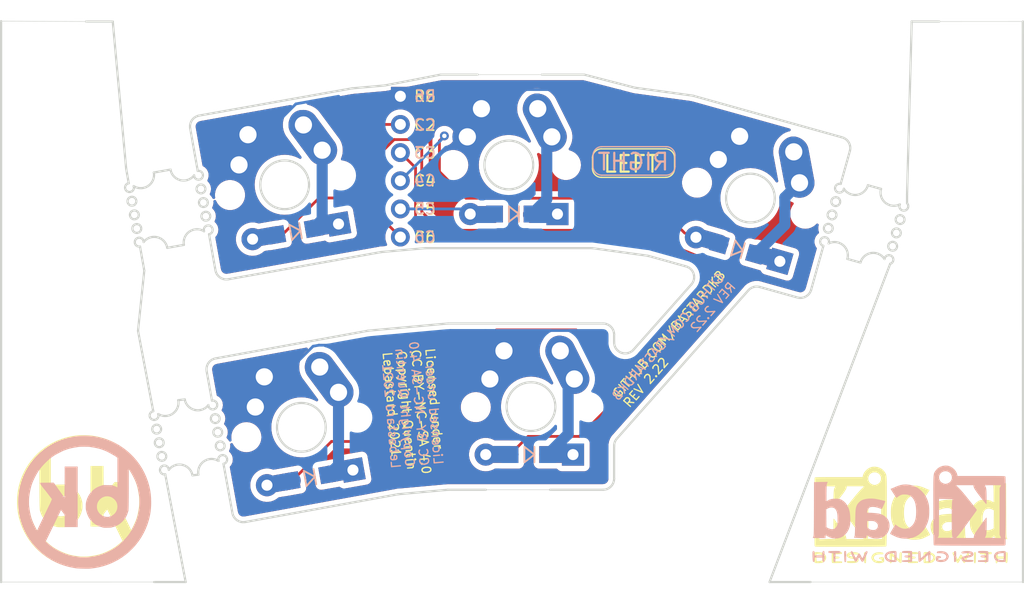
<source format=kicad_pcb>
(kicad_pcb (version 20210228) (generator pcbnew)
  (layers (0 "F.Cu" signal) (31 "B.Cu" signal) (34 "B.Paste" user) (35 "F.Paste" user) (36 "B.SilkS" user "B.Silkscreen") (37 "F.SilkS" user "F.Silkscreen") (38 "B.Mask" user) (39 "F.Mask" user) (44 "Edge.Cuts" user))
  (net 0 "")
  (net 1 "Net-(D1-Pad1)")
  (net 2 "col6")
  (net 3 "Net-(D5-Pad1)")
  (net 4 "col2")
  (net 5 "Net-(D9-Pad1)")
  (net 6 "col3")
  (net 7 "Net-(D14-Pad1)")
  (net 8 "col4")
  (net 9 "Net-(D19-Pad1)")
  (net 10 "col5")
  (net 11 "row1")
  (footprint "LOGO" (layer "F.Cu") (at 55.85 104.95)
    (fp_text reference "G***" hide)
    (fp_text value "LOGO" hide)
  )
  (footprint "custom:Diode_TH_SOD123" (layer "F.Cu") (at 101.019745 100.69746 180)
    (fp_text reference "D1" hide)
    (fp_text value "D")
    (pad "1" smd rect (at 3.3 0 180) (size 1.524 1.524) (layers "F.Cu" "F.Paste" "F.Mask") (net 1 "Net-(D1-Pad1)"))
    (pad "1" smd rect (at 3.3 0 180) (size 1.524 1.524) (layers "B.Cu" "B.Paste" "B.Mask") (net 1 "Net-(D1-Pad1)"))
    (pad "1" thru_hole rect (at 1.016 -0.00254) (size 1.99898 1.99898) (drill 1) (layers *.Cu *.Mask) (net 1 "Net-(D1-Pad1)"))
    (pad "2" thru_hole circle (at 8.89 -0.00254) (size 1.99898 1.99898) (drill 1) (layers *.Cu *.Mask) (net 2 "col6"))
    (pad "2" smd rect (at 6.7 0 180) (size 1.524 1.524) (layers "F.Cu" "F.Paste" "F.Mask") (net 2 "col6"))
    (pad "2" smd rect (at 6.7 0 180) (size 1.524 1.524) (layers "B.Cu" "B.Paste" "B.Mask") (net 2 "col6"))
  )
  (footprint "custom:SW_MX_reversible" (layer "F.Cu") (at 75.5396 98.2472 10)
    (fp_text reference "SW9" hide)
    (fp_text value "SW_Push")
    (pad "" np_thru_hole circle (at 5.08 0 10) (size 1.7018 1.7018) (drill 1.7018) (layers *.Cu *.Mask))
    (pad "" np_thru_hole circle (at -5.08 0 10) (size 1.7018 1.7018) (drill 1.7018) (layers *.Cu *.Mask))
    (pad "1" thru_hole oval (at -3.81 -2.54 343.5) (size 2.35 5.55) (drill 1.55 (offset 0 -1.45)) (layers *.Cu *.Mask) (net 11 "row1"))
    (pad "1" thru_hole circle (at -2.54 -5.08 10) (size 2.35 2.35) (drill 1.55) (layers *.Cu *.Mask) (net 11 "row1"))
    (pad "2" thru_hole oval (at 3.81 -2.54 36.5) (size 2.35 5.55) (drill 1.55 (offset 0 -1.45)) (layers *.Cu *.Mask) (net 5 "Net-(D9-Pad1)"))
    (pad "2" thru_hole circle (at 2.54 -5.08 10) (size 2.35 2.35) (drill 1.55) (layers *.Cu *.Mask) (net 5 "Net-(D9-Pad1)"))
  )
  (footprint "custom:Diode_TH_SOD123" (layer "F.Cu") (at 119.64344 83.544401 164)
    (fp_text reference "D14" hide)
    (fp_text value "D")
    (pad "1" thru_hole rect (at 1.016 -0.00254 344) (size 1.99898 1.99898) (drill 1) (layers *.Cu *.Mask) (net 7 "Net-(D14-Pad1)"))
    (pad "1" smd rect (at 3.3 0 164) (size 1.524 1.524) (layers "F.Cu" "F.Paste" "F.Mask") (net 7 "Net-(D14-Pad1)"))
    (pad "1" smd rect (at 3.3 0 164) (size 1.524 1.524) (layers "B.Cu" "B.Paste" "B.Mask") (net 7 "Net-(D14-Pad1)"))
    (pad "2" thru_hole circle (at 8.89 -0.00254 344) (size 1.99898 1.99898) (drill 1) (layers *.Cu *.Mask) (net 8 "col4"))
    (pad "2" smd rect (at 6.7 0 164) (size 1.524 1.524) (layers "B.Cu" "B.Paste" "B.Mask") (net 8 "col4"))
    (pad "2" smd rect (at 6.7 0 164) (size 1.524 1.524) (layers "F.Cu" "F.Paste" "F.Mask") (net 8 "col4"))
  )
  (footprint "LOGO" (layer "F.Cu") (at 130.362635 106.179936)
    (fp_text reference "G***" hide)
    (fp_text value "LOGO" hide)
  )
  (footprint "custom:SW_MX_reversible" (layer "F.Cu") (at 94.2848 74.5744)
    (fp_text reference "SW19" hide)
    (fp_text value "SW_Push")
    (pad "" np_thru_hole circle (at 5.08 0) (size 1.7018 1.7018) (drill 1.7018) (layers *.Cu *.Mask))
    (pad "" np_thru_hole circle (at -5.08 0) (size 1.7018 1.7018) (drill 1.7018) (layers *.Cu *.Mask))
    (pad "1" thru_hole circle (at -2.54 -5.08) (size 2.35 2.35) (drill 1.55) (layers *.Cu *.Mask) (net 11 "row1"))
    (pad "1" thru_hole oval (at -3.81 -2.54 333.5) (size 2.35 5.55) (drill 1.55 (offset 0 -1.45)) (layers *.Cu *.Mask) (net 11 "row1"))
    (pad "2" thru_hole oval (at 3.81 -2.54 26.5) (size 2.35 5.55) (drill 1.55 (offset 0 -1.45)) (layers *.Cu *.Mask) (net 9 "Net-(D19-Pad1)"))
    (pad "2" thru_hole circle (at 2.54 -5.08) (size 2.35 2.35) (drill 1.55) (layers *.Cu *.Mask) (net 9 "Net-(D19-Pad1)"))
  )
  (footprint "custom:SW_MX_reversible" (layer "F.Cu") (at 116.078 77.5716 -16)
    (fp_text reference "SW14" hide)
    (fp_text value "SW_Push")
    (pad "" np_thru_hole circle (at -5.08 0 344) (size 1.7018 1.7018) (drill 1.7018) (layers *.Cu *.Mask))
    (pad "" np_thru_hole circle (at 5.08 0 344) (size 1.7018 1.7018) (drill 1.7018) (layers *.Cu *.Mask))
    (pad "1" thru_hole oval (at -3.81 -2.54 317.5) (size 2.35 5.55) (drill 1.55 (offset 0 -1.45)) (layers *.Cu *.Mask) (net 11 "row1"))
    (pad "1" thru_hole circle (at -2.54 -5.08 344) (size 2.35 2.35) (drill 1.55) (layers *.Cu *.Mask) (net 11 "row1"))
    (pad "2" thru_hole circle (at 2.54 -5.08 344) (size 2.35 2.35) (drill 1.55) (layers *.Cu *.Mask) (net 7 "Net-(D14-Pad1)"))
    (pad "2" thru_hole oval (at 3.81 -2.54 10.5) (size 2.35 5.55) (drill 1.55 (offset 0 -1.45)) (layers *.Cu *.Mask) (net 7 "Net-(D14-Pad1)"))
  )
  (footprint "custom:Diode_TH_SOD123" (layer "F.Cu") (at 81.151995 101.916606 -170)
    (fp_text reference "D9" hide)
    (fp_text value "D")
    (pad "1" smd rect (at 3.3 0 190) (size 1.524 1.524) (layers "B.Cu" "B.Paste" "B.Mask") (net 5 "Net-(D9-Pad1)"))
    (pad "1" smd rect (at 3.3 0 190) (size 1.524 1.524) (layers "F.Cu" "F.Paste" "F.Mask") (net 5 "Net-(D9-Pad1)"))
    (pad "1" thru_hole rect (at 1.016 -0.00254 10) (size 1.99898 1.99898) (drill 1) (layers *.Cu *.Mask) (net 5 "Net-(D9-Pad1)"))
    (pad "2" smd rect (at 6.7 0 190) (size 1.524 1.524) (layers "F.Cu" "F.Paste" "F.Mask") (net 6 "col3"))
    (pad "2" smd rect (at 6.7 0 190) (size 1.524 1.524) (layers "B.Cu" "B.Paste" "B.Mask") (net 6 "col3"))
    (pad "2" thru_hole circle (at 8.89 -0.00254 10) (size 1.99898 1.99898) (drill 1) (layers *.Cu *.Mask) (net 6 "col3"))
  )
  (footprint "Connector_PinHeader_2.54mm:PinHeader_1x06_P2.54mm_Vertical" (layer "F.Cu") (at 84.4296 68.3768)
    (fp_text reference "J1" hide)
    (fp_text value "Conn_01x06_Female")
    (pad "1" thru_hole rect (at 0 0) (size 1.7 1.7) (drill 1) (layers *.Cu *.Mask) (net 11 "row1"))
    (pad "2" thru_hole oval (at 0 2.54) (size 1.7 1.7) (drill 1) (layers *.Cu *.Mask) (net 4 "col2"))
    (pad "3" thru_hole oval (at 0 5.08) (size 1.7 1.7) (drill 1) (layers *.Cu *.Mask) (net 6 "col3"))
    (pad "4" thru_hole oval (at 0 7.62) (size 1.7 1.7) (drill 1) (layers *.Cu *.Mask) (net 8 "col4"))
    (pad "5" thru_hole oval (at 0 10.16) (size 1.7 1.7) (drill 1) (layers *.Cu *.Mask) (net 10 "col5"))
    (pad "6" thru_hole oval (at 0 12.7) (size 1.7 1.7) (drill 1) (layers *.Cu *.Mask) (net 2 "col6"))
  )
  (footprint "custom:Diode_TH_SOD123" (layer "F.Cu") (at 99.619745 78.99746 180)
    (fp_text reference "D19" hide)
    (fp_text value "D")
    (pad "1" smd rect (at 3.3 0 180) (size 1.524 1.524) (layers "B.Cu" "B.Paste" "B.Mask") (net 9 "Net-(D19-Pad1)"))
    (pad "1" thru_hole rect (at 1.016 -0.00254) (size 1.99898 1.99898) (drill 1) (layers *.Cu *.Mask) (net 9 "Net-(D19-Pad1)"))
    (pad "1" smd rect (at 3.3 0 180) (size 1.524 1.524) (layers "F.Cu" "F.Paste" "F.Mask") (net 9 "Net-(D19-Pad1)"))
    (pad "2" thru_hole circle (at 8.89 -0.00254) (size 1.99898 1.99898) (drill 1) (layers *.Cu *.Mask) (net 10 "col5"))
    (pad "2" smd rect (at 6.7 0 180) (size 1.524 1.524) (layers "F.Cu" "F.Paste" "F.Mask") (net 10 "col5"))
    (pad "2" smd rect (at 6.7 0 180) (size 1.524 1.524) (layers "B.Cu" "B.Paste" "B.Mask") (net 10 "col5"))
  )
  (footprint "custom:Diode_TH_SOD123" (layer "F.Cu") (at 79.851995 79.716606 -170)
    (fp_text reference "D5" hide)
    (fp_text value "D")
    (pad "1" smd rect (at 3.3 0 190) (size 1.524 1.524) (layers "B.Cu" "B.Paste" "B.Mask") (net 3 "Net-(D5-Pad1)"))
    (pad "1" thru_hole rect (at 1.016 -0.00254 10) (size 1.99898 1.99898) (drill 1) (layers *.Cu *.Mask) (net 3 "Net-(D5-Pad1)"))
    (pad "1" smd rect (at 3.3 0 190) (size 1.524 1.524) (layers "F.Cu" "F.Paste" "F.Mask") (net 3 "Net-(D5-Pad1)"))
    (pad "2" smd rect (at 6.7 0 190) (size 1.524 1.524) (layers "B.Cu" "B.Paste" "B.Mask") (net 4 "col2"))
    (pad "2" thru_hole circle (at 8.89 -0.00254 10) (size 1.99898 1.99898) (drill 1) (layers *.Cu *.Mask) (net 4 "col2"))
    (pad "2" smd rect (at 6.7 0 190) (size 1.524 1.524) (layers "F.Cu" "F.Paste" "F.Mask") (net 4 "col2"))
  )
  (footprint "custom:SW_MX_reversible" (layer "F.Cu") (at 96.3168 96.4184)
    (fp_text reference "SW1" hide)
    (fp_text value "SW_Push")
    (pad "" np_thru_hole circle (at -5.08 0) (size 1.7018 1.7018) (drill 1.7018) (layers *.Cu *.Mask))
    (pad "" np_thru_hole circle (at 5.08 0) (size 1.7018 1.7018) (drill 1.7018) (layers *.Cu *.Mask))
    (pad "1" thru_hole oval (at -3.81 -2.54 333.5) (size 2.35 5.55) (drill 1.55 (offset 0 -1.45)) (layers *.Cu *.Mask) (net 11 "row1"))
    (pad "1" thru_hole circle (at -2.54 -5.08) (size 2.35 2.35) (drill 1.55) (layers *.Cu *.Mask) (net 11 "row1"))
    (pad "2" thru_hole oval (at 3.81 -2.54 26.5) (size 2.35 5.55) (drill 1.55 (offset 0 -1.45)) (layers *.Cu *.Mask) (net 1 "Net-(D1-Pad1)"))
    (pad "2" thru_hole circle (at 2.54 -5.08) (size 2.35 2.35) (drill 1.55) (layers *.Cu *.Mask) (net 1 "Net-(D1-Pad1)"))
  )
  (footprint "custom:SW_MX_reversible" (layer "F.Cu") (at 74.0664 76.4032 10)
    (fp_text reference "SW5" hide)
    (fp_text value "SW_Push")
    (pad "" np_thru_hole circle (at 5.08 0 10) (size 1.7018 1.7018) (drill 1.7018) (layers *.Cu *.Mask))
    (pad "" np_thru_hole circle (at -5.08 0 10) (size 1.7018 1.7018) (drill 1.7018) (layers *.Cu *.Mask))
    (pad "1" thru_hole circle (at -2.54 -5.08 10) (size 2.35 2.35) (drill 1.55) (layers *.Cu *.Mask) (net 11 "row1"))
    (pad "1" thru_hole oval (at -3.81 -2.54 343.5) (size 2.35 5.55) (drill 1.55 (offset 0 -1.45)) (layers *.Cu *.Mask) (net 11 "row1"))
    (pad "2" thru_hole circle (at 2.54 -5.08 10) (size 2.35 2.35) (drill 1.55) (layers *.Cu *.Mask) (net 3 "Net-(D5-Pad1)"))
    (pad "2" thru_hole oval (at 3.81 -2.54 36.5) (size 2.35 5.55) (drill 1.55 (offset 0 -1.45)) (layers *.Cu *.Mask) (net 3 "Net-(D5-Pad1)"))
  )
  (footprint "LOGO" (layer "B.Cu") (at 130.462635 106.079936 180)
    (fp_text reference "G***" hide)
    (fp_text value "LOGO" hide)
  )
  (footprint "LOGO" (layer "B.Cu") (at 55.95 105 180)
    (fp_text reference "G***" hide)
    (fp_text value "LOGO" hide)
  )
  (gr_line (start 108.416219 75.492084) (end 102.591219 75.492083) (layer "B.SilkS") (width 0.12))
  (gr_arc (start 102.610737 74.691365) (end 102.591219 75.492083) (angle 86.48289605) (layer "B.SilkS") (width 0.12))
  (gr_line (start 101.81033 73.701894) (end 101.81033 74.721005) (layer "B.SilkS") (width 0.12))
  (gr_arc (start 108.41189 73.721723) (end 108.431408 72.921005) (angle 86.48289605) (layer "B.SilkS") (width 0.12))
  (gr_arc (start 108.412139 74.691699) (end 109.212297 74.711194) (angle 88.31225953) (layer "B.SilkS") (width 0.12))
  (gr_arc (start 102.610488 73.721389) (end 101.81033 73.701894) (angle 88.31225953) (layer "B.SilkS") (width 0.12))
  (gr_line (start 102.606408 72.921005) (end 108.431408 72.921005) (layer "B.SilkS") (width 0.12))
  (gr_line (start 109.212297 74.711194) (end 109.212297 73.692083) (layer "B.SilkS") (width 0.12))
  (gr_arc (start 102.56277 73.91993) (end 102.543252 73.119212) (angle -86.48289605) (layer "F.SilkS") (width 0.12))
  (gr_line (start 101.762363 74.909401) (end 101.762363 73.89029) (layer "F.SilkS") (width 0.12))
  (gr_line (start 109.16433 73.900101) (end 109.16433 74.919212) (layer "F.SilkS") (width 0.12))
  (gr_arc (start 108.364172 73.919596) (end 109.16433 73.900101) (angle -88.31225953) (layer "F.SilkS") (width 0.12))
  (gr_line (start 102.558441 75.690291) (end 108.383441 75.69029) (layer "F.SilkS") (width 0.12))
  (gr_arc (start 108.363923 74.889572) (end 108.383441 75.69029) (angle -86.48289605) (layer "F.SilkS") (width 0.12))
  (gr_line (start 108.368252 73.119212) (end 102.543252 73.119212) (layer "F.SilkS") (width 0.12))
  (gr_arc (start 102.562521 74.889906) (end 101.762363 74.909401) (angle -88.31225953) (layer "F.SilkS") (width 0.12))
  (gr_arc (start 116.576622 86.542397) (end 116.845542 85.579234) (angle -64.0304425) (layer "Edge.Cuts") (width 0.2))
  (gr_line (start 88.66918 88.877511) (end 81.58085 89.516363) (layer "Edge.Cuts") (width 0.2))
  (gr_arc (start 66.453615 71.100997) (end 66.278249 70.116494) (angle -90) (layer "Edge.Cuts") (width 0.2))
  (gr_circle (center 123.036386 80.284394) (end 123.436386 80.284394) (layer "Edge.Cuts") (width 0.2) (fill none))
  (gr_arc (start 68.733383 83.899537) (end 67.74888 84.074904) (angle -90) (layer "Edge.Cuts") (width 0.2))
  (gr_line (start 68.474378 101.538193) (end 69.281014 105.976824) (layer "Edge.Cuts") (width 0.2))
  (gr_line (start 66.956586 93.186319) (end 67.437326 95.83166) (layer "Edge.Cuts") (width 0.2))
  (gr_line (start 91.398929 66.419602) (end 88.076262 66.419602) (layer "Edge.Cuts") (width 0.2))
  (gr_circle (center 60.652606 80.304107) (end 61.052606 80.304107) (layer "Edge.Cuts") (width 0.2) (fill none))
  (gr_arc (start 104.713969 99.917931) (end 103.965819 99.254403) (angle -41.5695575) (layer "Edge.Cuts") (width 0.2))
  (gr_line (start 63.401221 82.049134) (end 64.902619 81.781694) (layer "Edge.Cuts") (width 0.2))
  (gr_circle (center 94.21397 74.573475) (end 96.41397 74.573475) (layer "Edge.Cuts") (width 0.2) (fill none))
  (gr_circle (center 66.660411 77.964278) (end 67.060411 77.964278) (layer "Edge.Cuts") (width 0.2) (fill none))
  (gr_circle (center 128.841278 81.905149) (end 129.241278 81.905149) (layer "Edge.Cuts") (width 0.2) (fill none))
  (gr_arc (start 61.009787 75.466502) (end 60.37394 76.484195) (angle -132.0968377) (layer "Edge.Cuts") (width 0.2))
  (gr_arc (start 81.670613 90.512327) (end 81.58085 89.516363) (angle -5.15) (layer "Edge.Cuts") (width 0.2))
  (gr_circle (center 62.44476 98.404038) (end 62.84476 98.404038) (layer "Edge.Cuts") (width 0.2) (fill none))
  (gr_line (start 110.736059 68.309348) (end 105.583059 67.603475) (layer "Edge.Cuts") (width 0.2))
  (gr_arc (start 120.523 85.567753) (end 120.25408 86.530915) (angle -90) (layer "Edge.Cuts") (width 0.2))
  (gr_circle (center 129.513578 79.497242) (end 129.913578 79.497242) (layer "Edge.Cuts") (width 0.2) (fill none))
  (gr_arc (start 66.158322 95.505086) (end 64.97766 95.719648) (angle -132.0968377) (layer "Edge.Cuts") (width 0.2))
  (gr_line (start 103.713969 90.573951) (end 103.713969 89.873475) (layer "Edge.Cuts") (width 0.2))
  (gr_line (start 59.924835 76.218419) (end 59.693384 74.919065) (layer "Edge.Cuts") (width 0.2))
  (gr_arc (start 70.264899 105.798022) (end 69.281014 105.976824) (angle -90) (layer "Edge.Cuts") (width 0.2))
  (gr_arc (start 67.392058 102.293893) (end 68.024348 101.273986) (angle -132.0968377) (layer "Edge.Cuts") (width 0.2))
  (gr_arc (start 102.713969 89.873475) (end 103.713969 89.873475) (angle -90) (layer "Edge.Cuts") (width 0.2))
  (gr_line (start 83.037844 67.398328) (end 80.10522 67.657478) (layer "Edge.Cuts") (width 0.2))
  (gr_line (start 116.845542 85.579234) (end 120.25408 86.530915) (layer "Edge.Cuts") (width 0.2))
  (gr_line (start 70.443702 106.781907) (end 84.173844 104.286717) (layer "Edge.Cuts") (width 0.2))
  (gr_line (start 121.486162 85.836672) (end 122.592669 81.873612) (layer "Edge.Cuts") (width 0.2))
  (gr_line (start 61.328804 84.10026) (end 60.941962 81.928537) (layer "Edge.Cuts") (width 0.2))
  (gr_line (start 62.212523 112.197578) (end 48.411634 112.200828) (layer "Edge.Cuts") (width 0.05))
  (gr_line (start 97.198928 66.419602) (end 91.398929 66.419602) (layer "Edge.Cuts") (width 0.05))
  (gr_line (start 97.93953 103.873475) (end 102.713969 103.873474) (layer "Edge.Cuts") (width 0.2))
  (gr_circle (center 96.213969 96.373475) (end 98.413969 96.373475) (layer "Edge.Cuts") (width 0.2) (fill none))
  (gr_line (start 128.620024 83.492245) (end 117.737126 112.197578) (layer "Edge.Cuts") (width 0.2))
  (gr_line (start 65.678502 102.574519) (end 66.211396 102.508455) (layer "Edge.Cuts") (width 0.2))
  (gr_circle (center 129.177428 80.701195) (end 129.577428 80.701195) (layer "Edge.Cuts") (width 0.2) (fill none))
  (gr_arc (start 104.713969 90.573951) (end 103.713969 90.573951) (angle -138.4304425) (layer "Edge.Cuts") (width 0.2))
  (gr_line (start 88.71397 103.873474) (end 92.139531 103.873475) (layer "Edge.Cuts") (width 0.2))
  (gr_arc (start 124.018958 73.04664) (end 124.98212 73.31556) (angle -90) (layer "Edge.Cuts") (width 0.2))
  (gr_line (start 65.469112 71.276364) (end 66.151848 75.109219) (layer "Edge.Cuts") (width 0.2))
  (gr_line (start 62.212523 112.197578) (end 65.060797 112.197578) (layer "Edge.Cuts") (width 0.2))
  (gr_arc (start 63.213806 96.018966) (end 62.589348 97.043687) (angle -132.0968377) (layer "Edge.Cuts") (width 0.2))
  (gr_line (start 106.835466 82.784371) (end 110.20324 83.72467) (layer "Edge.Cuts") (width 0.2))
  (gr_arc (start 64.873992 74.778182) (end 63.692589 74.988622) (angle -132.0968377) (layer "Edge.Cuts") (width 0.2))
  (gr_arc (start 64.499519 102.798122) (end 65.678502 102.574519) (angle -132.0968377) (layer "Edge.Cuts") (width 0.2))
  (gr_circle (center 67.732349 97.45507) (end 68.132349 97.45507) (layer "Edge.Cuts") (width 0.2) (fill none))
  (gr_line (start 67.168975 80.819337) (end 67.74888 84.074904) (layer "Edge.Cuts") (width 0.2))
  (gr_arc (start 59.994981 76.61222) (end 59.924835 76.218419) (angle -278.5667472) (layer "Edge.Cuts") (width 0.2))
  (gr_line (start 63.692589 74.988622) (end 62.191191 75.256062) (layer "Edge.Cuts") (width 0.2))
  (gr_line (start 48.411634 112.200828) (end 48.411634 61.59636) (layer "Edge.Cuts") (width 0.2))
  (gr_line (start 88.076262 66.419602) (end 83.037844 67.398328) (layer "Edge.Cuts") (width 0.2))
  (gr_line (start 127.793611 76.732877) (end 126.6119 76.402937) (layer "Edge.Cuts") (width 0.2))
  (gr_arc (start 68.402858 101.144639) (end 68.474378 101.538193) (angle -278.5667472) (layer "Edge.Cuts") (width 0.2))
  (gr_line (start 65.060797 112.197578) (end 63.218051 102.481356) (layer "Edge.Cuts") (width 0.2))
  (gr_line (start 130.14109 77.249746) (end 130.14109 78.019231) (layer "Edge.Cuts") (width 0.2))
  (gr_arc (start 122.700237 81.488347) (end 123.06518 81.652104) (angle -278.5667472) (layer "Edge.Cuts") (width 0.2))
  (gr_circle (center 67.955852 98.684927) (end 68.355852 98.684927) (layer "Edge.Cuts") (width 0.2) (fill none))
  (gr_line (start 117.737126 112.197578) (end 121.433827 112.197578) (layer "Edge.Cuts") (width 0.2))
  (gr_arc (start 106.566546 83.747533) (end 106.835466 82.784371) (angle -7.8) (layer "Edge.Cuts") (width 0.2))
  (gr_arc (start 102.713969 102.873474) (end 102.713969 103.873474) (angle -90) (layer "Edge.Cuts") (width 0.2))
  (gr_line (start 56.073828 61.630719) (end 48.411634 61.59636) (layer "Edge.Cuts") (width 0.05))
  (gr_arc (start 127.093859 83.701402) (end 128.108138 83.060124) (angle -132.0968377) (layer "Edge.Cuts") (width 0.2))
  (gr_arc (start 82.823746 83.421143) (end 82.735721 82.425025) (angle -5.05) (layer "Edge.Cuts") (width 0.2))
  (gr_arc (start 124.044836 76.672534) (end 124.152404 76.287269) (angle -278.5667472) (layer "Edge.Cuts") (width 0.2))
  (gr_line (start 124.287877 72.083478) (end 110.869263 68.336933) (layer "Edge.Cuts") (width 0.2))
  (gr_line (start 64.97766 95.719648) (end 64.39279 95.795364) (layer "Edge.Cuts") (width 0.2))
  (gr_arc (start 63.143517 102.088362) (end 63.543229 102.0732) (angle -278.5667472) (layer "Edge.Cuts") (width 0.2))
  (gr_line (start 124.756353 83.048759) (end 125.938064 83.378699) (layer "Edge.Cuts") (width 0.2))
  (gr_line (start 80.017878 67.669093) (end 66.278249 70.116494) (layer "Edge.Cuts") (width 0.2))
  (gr_line (start 124.152404 76.287269) (end 124.98212 73.31556) (layer "Edge.Cuts") (width 0.2))
  (gr_line (start 86.71397 82.073475) (end 101.71397 82.073475) (layer "Edge.Cuts") (width 0.2))
  (gr_arc (start 123.600558 82.726055) (end 124.756353 83.048759) (angle -132.0968377) (layer "Edge.Cuts") (width 0.2))
  (gr_line (start 103.965819 99.254403) (end 115.828471 85.878868) (layer "Edge.Cuts") (width 0.2))
  (gr_line (start 97.93953 103.873475) (end 92.139531 103.873475) (layer "Edge.Cuts") (width 0.05))
  (gr_line (start 82.735721 82.425025) (end 86.71397 82.073475) (layer "Edge.Cuts") (width 0.2))
  (gr_line (start 103.713969 102.873475) (end 103.713969 99.917931) (layer "Edge.Cuts") (width 0.2))
  (gr_arc (start 80.193245 68.653596) (end 80.10522 67.657478) (angle -5.05) (layer "Edge.Cuts") (width 0.2))
  (gr_arc (start 128.505128 83.109102) (end 128.620024 83.492245) (angle -246.2740192) (layer "Edge.Cuts") (width 0.2))
  (gr_circle (center 62.910598 100.860254) (end 63.310598 100.860254) (layer "Edge.Cuts") (width 0.2) (fill none))
  (gr_circle (center 116.010422 77.559217) (end 118.210422 77.559217) (layer "Edge.Cuts") (width 0.2) (fill none))
  (gr_line (start 133.043656 61.630719) (end 140.58423 61.628656) (layer "Edge.Cuts") (width 0.05))
  (gr_line (start 59.693384 74.919065) (end 58.484417 61.630719) (layer "Edge.Cuts") (width 0.2))
  (gr_arc (start 110.600343 69.300096) (end 110.869263 68.336933) (angle -7.8) (layer "Edge.Cuts") (width 0.2))
  (gr_circle (center 60.21419 77.842849) (end 60.61419 77.842849) (layer "Edge.Cuts") (width 0.2) (fill none))
  (gr_line (start 130.58423 61.630719) (end 130.562654 61.630137) (layer "Edge.Cuts") (width 0.2))
  (gr_line (start 101.013617 66.419602) (end 97.198928 66.419602) (layer "Edge.Cuts") (width 0.2))
  (gr_circle (center 123.708686 77.876487) (end 124.108686 77.876487) (layer "Edge.Cuts") (width 0.2) (fill none))
  (gr_arc (start 125.456105 76.080233) (end 124.441826 76.721512) (angle -132.0968377) (layer "Edge.Cuts") (width 0.2))
  (gr_line (start 60.762355 89.53325) (end 61.328804 84.10026) (layer "Edge.Cuts") (width 0.2))
  (gr_circle (center 60.433398 79.073478) (end 60.833398 79.073478) (layer "Edge.Cuts") (width 0.2) (fill none))
  (gr_line (start 130.562654 61.630137) (end 130.14109 77.249746) (layer "Edge.Cuts") (width 0.2))
  (gr_circle (center 66.441203 76.733649) (end 66.841203 76.733649) (layer "Edge.Cuts") (width 0.2) (fill none))
  (gr_line (start 101.71397 82.073475) (end 106.702262 82.756786) (layer "Edge.Cuts") (width 0.2))
  (gr_line (start 110.682471 85.351362) (end 105.46212 91.23748) (layer "Edge.Cuts") (width 0.2))
  (gr_arc (start 66.221995 75.50302) (end 65.822138 75.513723) (angle -278.5667472) (layer "Edge.Cuts") (width 0.2))
  (gr_arc (start 128.949406 77.055581) (end 127.793611 76.732877) (angle -132.0968377) (layer "Edge.Cuts") (width 0.2))
  (gr_arc (start 67.940471 93.007516) (end 67.761668 92.023631) (angle -90) (layer "Edge.Cuts") (width 0.2))
  (gr_arc (start 60.871815 81.534736) (end 61.271672 81.524033) (angle -278.5667472) (layer "Edge.Cuts") (width 0.2))
  (gr_line (start 84.262883 104.274639) (end 88.71397 103.873474) (layer "Edge.Cuts") (width 0.2))
  (gr_arc (start 66.084023 81.571254) (end 66.71987 80.553561) (angle -132.0968377) (layer "Edge.Cuts") (width 0.2))
  (gr_line (start 81.491811 89.528442) (end 67.761668 92.023631) (layer "Edge.Cuts") (width 0.2))
  (gr_arc (start 88.758943 89.873474) (end 88.758943 88.873475) (angle -5.15) (layer "Edge.Cuts") (width 0.2))
  (gr_arc (start 109.93432 84.687833) (end 110.682471 85.351362) (angle -115.9695575) (layer "Edge.Cuts") (width 0.2))
  (gr_line (start 68.90875 84.884041) (end 82.648379 82.43664) (layer "Edge.Cuts") (width 0.2))
  (gr_arc (start 67.098828 80.425536) (end 67.168975 80.819337) (angle -278.5667472) (layer "Edge.Cuts") (width 0.2))
  (gr_circle (center 73.99277 76.360383) (end 76.19277 76.360383) (layer "Edge.Cuts") (width 0.2) (fill none))
  (gr_line (start 58.484417 61.630719) (end 56.073828 61.630719) (layer "Edge.Cuts") (width 0.2))
  (gr_circle (center 123.372536 79.080441) (end 123.772536 79.080441) (layer "Edge.Cuts") (width 0.2) (fill none))
  (gr_line (start 121.433827 112.197578) (end 140.6 112.197578) (layer "Edge.Cuts") (width 0.05))
  (gr_circle (center 66.87962 79.194907) (end 67.27962 79.194907) (layer "Edge.Cuts") (width 0.2) (fill none))
  (gr_line (start 102.713969 88.873475) (end 88.758943 88.873475) (layer "Edge.Cuts") (width 0.2))
  (gr_circle (center 62.677679 99.632146) (end 63.077679 99.632146) (layer "Edge.Cuts") (width 0.2) (fill none))
  (gr_line (start 105.583059 67.603475) (end 101.013617 66.419602) (layer "Edge.Cuts") (width 0.2))
  (gr_arc (start 84.352647 105.270602) (end 84.262883 104.274639) (angle -5.15) (layer "Edge.Cuts") (width 0.2))
  (gr_line (start 140.58423 61.628656) (end 140.6 112.197578) (layer "Edge.Cuts") (width 0.2))
  (gr_arc (start 67.508846 96.225214) (end 67.109029 96.237313) (angle -278.5667481) (layer "Edge.Cuts") (width 0.2))
  (gr_circle (center 75.497938 98.240555) (end 77.697938 98.240555) (layer "Edge.Cuts") (width 0.2) (fill none))
  (gr_circle (center 68.179355 99.914783) (end 68.579355 99.914783) (layer "Edge.Cuts") (width 0.2) (fill none))
  (gr_line (start 133.043656 61.630719) (end 130.58423 61.630719) (layer "Edge.Cuts") (width 0.2))
  (gr_arc (start 62.211841 97.175931) (end 62.137307 96.782936) (angle -278.5667472) (layer "Edge.Cuts") (width 0.2))
  (gr_arc (start 62.219817 82.259574) (end 63.401221 82.049134) (angle -132.0968377) (layer "Edge.Cuts") (width 0.2))
  (gr_arc (start 129.849727 78.293289) (end 129.484784 78.129532) (angle -247.4138353) (layer "Edge.Cuts") (width 0.2))
  (gr_line (start 62.137307 96.782936) (end 60.762355 89.53325) (layer "Edge.Cuts") (width 0.2))
  (gr_text "C5" (at 86.65 78.5265) (layer "B.SilkS") (effects (font (size 1 1)) (justify mirror)))
  (gr_text "Licensed under \nCC BY-NC-SA 4.0\nCopyright Quentin \nLebastard 2021" (at 85.95 101.85 275) (layer "B.SilkS") (effects (font (size 0.8 0.8) (thickness 0.12)) (justify left mirror)))
  (gr_text "R6" (at 86.65 68.35) (layer "B.SilkS") (effects (font (size 1 1)) (justify mirror)))
  (gr_text "GITHUB.COM/BASTARDKB\nREV 2.22" (at 114 84.85 49) (layer "B.SilkS") (effects (font (size 0.8 0.8) (thickness 0.12)) (justify left mirror)))
  (gr_text "RIGHT" (at 105.441218 74.294584) (layer "B.SilkS") (effects (font (size 1.5 1.5) (thickness 0.2)) (justify mirror)))
  (gr_text "C2" (at 86.65 70.95) (layer "B.SilkS") (effects (font (size 1 1)) (justify mirror)))
  (gr_text "C3" (at 86.65 73.4765) (layer "B.SilkS") (effects (font (size 1 1)) (justify mirror)))
  (gr_text "C6" (at 86.65 81.0765) (layer "B.SilkS") (effects (font (size 1 1)) (justify mirror)))
  (gr_text "C4" (at 86.65 75.9765) (layer "B.SilkS") (effects (font (size 1 1)) (justify mirror)))
  (gr_text "C6" (at 86.65 81.1) (layer "F.SilkS") (effects (font (size 1 1))))
  (gr_text "R6" (at 86.65 68.3735) (layer "F.SilkS") (effects (font (size 1 1))))
  (gr_text "C2" (at 86.65 70.9735) (layer "F.SilkS") (effects (font (size 1 1))))
  (gr_text "GITHUB.COM/BASTARDKB\nREV 2.22" (at 104.25 95.9 49) (layer "F.SilkS") (effects (font (size 0.8 0.8) (thickness 0.12)) (justify left)))
  (gr_text "LEFT" (at 105.243251 74.490291) (layer "F.SilkS") (effects (font (size 1.5 1.5) (thickness 0.2))))
  (gr_text "C3" (at 86.65 73.5) (layer "F.SilkS") (effects (font (size 1 1))))
  (gr_text "C5" (at 86.65 78.55) (layer "F.SilkS") (effects (font (size 1 1))))
  (gr_text "Licensed under \nCC BY-NC-SA 4.0\nCopyright Quentin \nLebastard 2021" (at 85.15 91.2 275) (layer "F.SilkS") (effects (font (size 0.8 0.8) (thickness 0.12)) (justify left)))
  (gr_text "C4" (at 86.65 76) (layer "F.SilkS") (effects (font (size 1 1))))
  (segment (start 98.8568 91.3384) (end 100.1268 93.8784) (width 2.7) (layer "F.Cu") (net 1))
  (segment (start 97.7336 100.6856) (end 99.9236 100.68306) (width 1.524) (layer "F.Cu") (net 1))
  (segment (start 99.568 94.4372) (end 99.568 98.8512) (width 1) (layer "B.Cu") (net 1))
  (segment (start 98.8568 91.3384) (end 100.1268 93.8784) (width 2.7) (layer "B.Cu") (net 1))
  (segment (start 99.568 98.8512) (end 97.7336 100.6856) (width 1) (layer "B.Cu") (net 1))
  (segment (start 97.7336 100.6856) (end 99.9236 100.68306) (width 1.524) (layer "B.Cu") (net 1))
  (segment (start 100.1268 93.8784) (end 99.568 94.4372) (width 1) (layer "B.Cu") (net 1))
  (segment (start 94.3336 100.6856) (end 95.9592 99.06) (width 0.25) (layer "F.Cu") (net 2))
  (segment (start 87.9856 80.4672) (end 87.9856 80.4164) (width 0.25) (layer "F.Cu") (net 2))
  (segment (start 83.865594 72.281789) (end 82.85 73.297383) (width 0.25) (layer "F.Cu") (net 2))
  (segment (start 82.85 73.297383) (end 82.85 79.4972) (width 0.25) (layer "F.Cu") (net 2))
  (segment (start 113.3856 83.6676) (end 105.5624 80.4672) (width 0.25) (layer "F.Cu") (net 2))
  (segment (start 113.3856 86.2584) (end 113.3856 83.6676) (width 0.25) (layer "F.Cu") (net 2))
  (segment (start 100.584 99.06) (end 113.3856 86.2584) (width 0.25) (layer "F.Cu") (net 2))
  (segment (start 86.36 72.8472) (end 85.794589 72.281789) (width 0.25) (layer "F.Cu") (net 2))
  (segment (start 82.85 79.4972) (end 84.4296 81.0768) (width 0.25) (layer "F.Cu") (net 2))
  (segment (start 92.0496 100.68306) (end 94.3336 100.6856) (width 1.524) (layer "F.Cu") (net 2))
  (segment (start 95.9592 99.06) (end 100.584 99.06) (width 0.25) (layer "F.Cu") (net 2))
  (segment (start 87.9856 80.4164) (end 86.36 78.7908) (width 0.25) (layer "F.Cu") (net 2))
  (segment (start 85.794589 72.281789) (end 83.865594 72.281789) (width 0.25) (layer "F.Cu") (net 2))
  (segment (start 105.5624 80.4672) (end 87.9856 80.4672) (width 0.25) (layer "F.Cu") (net 2))
  (segment (start 86.36 78.7908) (end 86.36 72.8472) (width 0.25) (layer "F.Cu") (net 2))
  (segment (start 94.3336 100.6856) (end 92.0496 100.68306) (width 1.524) (layer "B.Cu") (net 2))
  (segment (start 75.685679 70.95931) (end 77.377451 73.240189) (width 2.7) (layer "F.Cu") (net 3))
  (segment (start 78.7569 79.886166) (end 76.600612 80.268957) (width 1.524) (layer "F.Cu") (net 3))
  (segment (start 77.377451 73.240189) (end 77.377451 79.492118) (width 1) (layer "B.Cu") (net 3))
  (segment (start 77.377451 79.492118) (end 76.600612 80.268957) (width 1) (layer "B.Cu") (net 3))
  (segment (start 75.685679 70.95931) (end 77.377451 73.240189) (width 2.7) (layer "B.Cu") (net 3))
  (segment (start 76.600612 80.268957) (end 78.7569 79.886166) (width 1.524) (layer "B.Cu") (net 3))
  (segment (start 84.4296 70.9168) (end 82.229126 70.9168) (width 0.25) (layer "F.Cu") (net 4))
  (segment (start 80 77.55) (end 77.1 77.55) (width 0.25) (layer "F.Cu") (net 4))
  (segment (start 73.769951 80.880049) (end 73.253783 80.880049) (width 0.25) (layer "F.Cu") (net 4))
  (segment (start 82.229126 70.9168) (end 80.65 72.495926) (width 0.25) (layer "F.Cu") (net 4))
  (segment (start 73.252266 80.859361) (end 71.002524 81.253472) (width 1.524) (layer "F.Cu") (net 4))
  (segment (start 80.65 72.495926) (end 80.65 76.9) (width 0.25) (layer "F.Cu") (net 4))
  (segment (start 77.1 77.55) (end 73.769951 80.880049) (width 0.25) (layer "F.Cu") (net 4))
  (segment (start 80.65 76.9) (end 80 77.55) (width 0.25) (layer "F.Cu") (net 4))
  (segment (start 71.002524 81.253472) (end 73.252266 80.859361) (width 1.524) (layer "B.Cu") (net 4))
  (segment (start 78.0288 102.4636) (end 80.185088 102.080809) (width 1.524) (layer "F.Cu") (net 5))
  (segment (start 77.158879 92.80331) (end 78.850651 95.084189) (width 2.7) (layer "F.Cu") (net 5))
  (segment (start 78.0288 102.4636) (end 80.185088 102.080809) (width 1.524) (layer "B.Cu") (net 5))
  (segment (start 78.850651 101.641749) (end 78.0288 102.4636) (width 1) (layer "B.Cu") (net 5))
  (segment (start 77.158879 92.80331) (end 78.850651 95.084189) (width 2.7) (layer "B.Cu") (net 5))
  (segment (start 78.850651 95.084189) (end 78.850651 101.641749) (width 1) (layer "B.Cu") (net 5))
  (segment (start 74.680454 103.054004) (end 78.217258 99.5172) (width 0.25) (layer "F.Cu") (net 6))
  (segment (start 112.776 83.9216) (end 112.746939 83.892539) (width 0.25) (layer "F.Cu") (net 6))
  (segment (start 93.107657 89.45) (end 100.2704 89.45) (width 0.25) (layer "F.Cu") (net 6))
  (segment (start 78.217258 99.5172) (end 83.040457 99.5172) (width 0.25) (layer "F.Cu") (net 6))
  (segment (start 105.2576 93.4212) (end 112.776 85.9028) (width 0.25) (layer "F.Cu") (net 6))
  (segment (start 87.558497 81.108497) (end 85.8 79.35) (width 0.25) (layer "F.Cu") (net 6))
  (segment (start 83.040457 99.5172) (end 93.107657 89.45) (width 0.25) (layer "F.Cu") (net 6))
  (segment (start 112.746939 83.892539) (end 105.941503 81.108497) (width 0.25) (layer "F.Cu") (net 6))
  (segment (start 100.2704 89.45) (end 104.2416 93.4212) (width 0.25) (layer "F.Cu") (net 6))
  (segment (start 104.2416 93.4212) (end 105.2576 93.4212) (width 0.25) (layer "F.Cu") (net 6))
  (segment (start 105.941503 81.108497) (end 87.558497 81.108497) (width 0.25) (layer "F.Cu") (net 6))
  (segment (start 72.430712 103.448115) (end 74.680454 103.054004) (width 1.524) (layer "F.Cu") (net 6))
  (segment (start 85.8 74.8272) (end 84.4296 73.4568) (width 0.25) (layer "F.Cu") (net 6))
  (segment (start 85.8 79.35) (end 85.8 74.8272) (width 0.25) (layer "F.Cu") (net 6))
  (segment (start 112.776 85.9028) (end 112.776 83.9216) (width 0.25) (layer "F.Cu") (net 6))
  (segment (start 105.941503 81.108497) (end 105.864022 81.0768) (width 0.25) (layer "F.Cu") (net 6))
  (segment (start 74.680454 103.054004) (end 72.430712 103.448115) (width 1.524) (layer "B.Cu") (net 6))
  (segment (start 119.919842 73.388509) (end 120.440526 76.180174) (width 2.7) (layer "F.Cu") (net 7))
  (segment (start 118.629917 83.169174) (end 116.524053 82.56797) (width 1.524) (layer "F.Cu") (net 7))
  (segment (start 119.11426 79.977763) (end 116.524053 82.56797) (width 1) (layer "B.Cu") (net 7))
  (segment (start 119.11426 79.00574) (end 119.11426 79.977763) (width 1) (layer "B.Cu") (net 7))
  (segment (start 116.524053 82.56797) (end 118.629917 83.169174) (width 1.524) (layer "B.Cu") (net 7))
  (segment (start 119.11426 77.50644) (end 119.11426 79.00574) (width 1) (layer "B.Cu") (net 7))
  (segment (start 119.919842 73.388509) (end 120.440526 76.180174) (width 2.7) (layer "B.Cu") (net 7))
  (segment (start 120.440526 76.180174) (end 119.11426 77.50644) (width 1) (layer "B.Cu") (net 7))
  (segment (start 102.87 80.01) (end 100.4316 77.5716) (width 0.25) (layer "F.Cu") (net 8))
  (segment (start 110.0843 80.718758) (end 109.375542 80.01) (width 0.25) (layer "F.Cu") (net 8))
  (segment (start 87.953889 72.396111) (end 88.4 71.95) (width 0.25) (layer "F.Cu") (net 8))
  (segment (start 87.953889 75.174838) (end 87.953889 72.396111) (width 0.25) (layer "F.Cu") (net 8))
  (segment (start 100.4316 77.5716) (end 90.350651 77.5716) (width 0.25) (layer "F.Cu") (net 8))
  (segment (start 113.255764 81.630803) (end 111.060942 80.998806) (width 1.524) (layer "F.Cu") (net 8))
  (segment (start 90.350651 77.5716) (end 87.953889 75.174838) (width 0.25) (layer "F.Cu") (net 8))
  (segment (start 109.375542 80.01) (end 102.87 80.01) (width 0.25) (layer "F.Cu") (net 8))
  (via (at 88.4 71.95) (size 0.8) (drill 0.4) (layers "F.Cu" "B.Cu") (net 8))
  (segment (start 111.060942 80.998806) (end 113.255764 81.630803) (width 1.524) (layer "B.Cu") (net 8))
  (segment (start 88.4 72.0264) (end 88.4 71.95) (width 0.25) (layer "B.Cu") (net 8))
  (segment (start 84.4296 75.9968) (end 88.4 72.0264) (width 0.25) (layer "B.Cu") (net 8))
  (segment (start 96.8248 69.4944) (end 98.0948 72.0344) (width 2.7) (layer "F.Cu") (net 9))
  (segment (start 98.4504 79.04226) (end 96.26294 79.04226) (width 1.524) (layer "F.Cu") (net 9))
  (segment (start 96.26294 79.04226) (end 96.2604 79.0448) (width 1.524) (layer "F.Cu") (net 9))
  (segment (start 97.6376 77.6676) (end 96.2604 79.0448) (width 1) (layer "B.Cu") (net 9))
  (segment (start 96.8248 69.4944) (end 98.0948 72.0344) (width 2.7) (layer "B.Cu") (net 9))
  (segment (start 98.0948 72.0344) (end 97.6376 72.4916) (width 1) (layer "B.Cu") (net 9))
  (segment (start 97.6376 72.4916) (end 97.6376 77.6676) (width 1) (layer "B.Cu") (net 9))
  (segment (start 98.44786 79.0448) (end 98.4504 79.04226) (width 1.524) (layer "B.Cu") (net 9))
  (segment (start 96.2604 79.0448) (end 98.44786 79.0448) (width 1.524) (layer "B.Cu") (net 9))
  (segment (start 90.5764 79.04226) (end 92.85786 79.04226) (width 1.524) (layer "F.Cu") (net 10))
  (segment (start 92.85786 79.04226) (end 92.8604 79.0448) (width 1.524) (layer "F.Cu") (net 10))
  (segment (start 84.4296 78.5368) (end 90.266545 78.5368) (width 0.25) (layer "B.Cu") (net 10))
  (segment (start 90.266545 78.5368) (end 90.729745 79) (width 0.25) (layer "B.Cu") (net 10))
  (segment (start 90.57894 79.0448) (end 90.5764 79.04226) (width 1.524) (layer "B.Cu") (net 10))
  (segment (start 92.8604 79.0448) (end 90.57894 79.0448) (width 1.524) (layer "B.Cu") (net 10))
  (segment (start 115.036633 71.988272) (end 113.115712 74.079817) (width 2.7) (layer "F.Cu") (net 11))
  (segment (start 72.156056 93.685443) (end 71.346416 96.407388) (width 2.7) (layer "F.Cu") (net 11))
  (segment (start 93.7768 91.3384) (end 92.5068 93.8784) (width 2.7) (layer "F.Cu") (net 11))
  (segment (start 90.4748 72.0344) (end 91.7448 69.4944) (width 2.7) (layer "F.Cu") (net 11))
  (segment (start 70.682856 71.841443) (end 69.873216 74.563388) (width 2.7) (layer "F.Cu") (net 11))
  (segment (start 88.8492 68.3768) (end 90.6272 68.3768) (width 0.25) (layer "B.Cu") (net 11))
  (segment (start 76.557014 90.926173) (end 77.084016 90.8304) (width 0.25) (layer "B.Cu") (net 11))
  (segment (start 72.227357 71.841443) (end 75.006744 69.062056) (width 0.25) (layer "B.Cu") (net 11))
  (segment (start 100.2284 89.5096) (end 103.5304 92.8116) (width 0.25) (layer "B.Cu") (net 11))
  (segment (start 90.4748 72.0344) (end 91.7448 69.4944) (width 2.7) (layer "B.Cu") (net 11))
  (segment (start 87.63 90.8304) (end 88.9508 89.5096) (width 0.25) (layer "B.Cu") (net 11))
  (segment (start 78.853748 68.3768) (end 80.218747 69.741799) (width 0.25) (layer "B.Cu") (net 11))
  (segment (start 106.3752 69.6468) (end 112.695161 69.6468) (width 0.25) (layer "B.Cu") (net 11))
  (segment (start 73.797744 93.685443) (end 76.557014 90.926173) (width 0.25) (layer "B.Cu") (net 11))
  (segment (start 104.266288 67.893488) (end 106.0196 69.6468) (width 0.25) (layer "B.Cu") (net 11))
  (segment (start 77.084016 90.8304) (end 87.63 90.8304) (width 0.25) (layer "B.Cu") (net 11))
  (segment (start 92.1004 89.662) (end 93.7768 91.3384) (width 0.25) (layer "B.Cu") (net 11))
  (segment (start 113.1316 74.095705) (end 113.115712 74.079817) (width 0.25) (layer "B.Cu") (net 11))
  (segment (start 106.0196 69.6468) (end 106.3752 69.6468) (width 0.25) (layer "B.Cu") (net 11))
  (segment (start 105.918 92.8116) (end 113.8936 84.836) (width 0.25) (layer "B.Cu") (net 11))
  (segment (start 113.1316 78.5368) (end 113.1316 74.095705) (width 0.25) (layer "B.Cu") (net 11))
  (segment (start 72.156056 93.685443) (end 71.346416 96.407388) (width 2.7) (layer "B.Cu") (net 11))
  (segment (start 84.4296 68.3768) (end 83.247998 68.3768) (width 0.25) (layer "B.Cu") (net 11))
  (segment (start 115.0112 82.6008) (end 115.0112 80.4164) (width 0.25) (layer "B.Cu") (net 11))
  (segment (start 115.0112 80.4164) (end 113.1316 78.5368) (width 0.25) (layer "B.Cu") (net 11))
  (segment (start 90.6272 68.3768) (end 91.7448 69.4944) (width 0.25) (layer "B.Cu") (net 11))
  (segment (start 115.036633 71.988272) (end 113.115712 74.079817) (width 2.7) (layer "B.Cu") (net 11))
  (segment (start 92.1004 89.5096) (end 92.1004 89.662) (width 0.25) (layer "B.Cu") (net 11))
  (segment (start 72.156056 93.685443) (end 73.797744 93.685443) (width 0.25) (layer "B.Cu") (net 11))
  (segment (start 83.247998 68.3768) (end 81.882999 69.741799) (width 0.25) (layer "B.Cu") (net 11))
  (segment (start 92.1004 89.5096) (end 100.2284 89.5096) (width 0.25) (layer "B.Cu") (net 11))
  (segment (start 84.4296 68.3768) (end 88.8492 68.3768) (width 0.25) (layer "B.Cu") (net 11))
  (segment (start 103.5304 92.8116) (end 105.918 92.8116) (width 0.25) (layer "B.Cu") (net 11))
  (segment (start 93.7768 91.3384) (end 92.5068 93.8784) (width 2.7) (layer "B.Cu") (net 11))
  (segment (start 88.9508 89.5096) (end 92.1004 89.5096) (width 0.25) (layer "B.Cu") (net 11))
  (segment (start 112.695161 69.6468) (end 115.036633 71.988272) (width 0.25) (layer "B.Cu") (net 11))
  (segment (start 113.8936 84.836) (end 113.8936 83.7184) (width 0.25) (layer "B.Cu") (net 11))
  (segment (start 103.344361 67.7672) (end 104.266288 67.893488) (width 0.25) (layer "B.Cu") (net 11))
  (segment (start 80.218747 69.741799) (end 81.882999 69.741799) (width 0.25) (layer "B.Cu") (net 11))
  (segment (start 70.682856 71.841443) (end 69.873216 74.563388) (width 2.7) (layer "B.Cu") (net 11))
  (segment (start 70.682856 71.841443) (end 72.227357 71.841443) (width 0.25) (layer "B.Cu") (net 11))
  (segment (start 93.472 67.7672) (end 103.344361 67.7672) (width 0.25) (layer "B.Cu") (net 11))
  (segment (start 75.006744 69.062056) (end 78.853748 68.3768) (width 0.25) (layer "B.Cu") (net 11))
  (segment (start 91.7448 69.4944) (end 93.472 67.7672) (width 0.25) (layer "B.Cu") (net 11))
  (segment (start 113.8936 83.7184) (end 115.0112 82.6008) (width 0.25) (layer "B.Cu") (net 11))
  (zone (net 11) (net_name "row1") (layers F&B.Cu) (connect_pads yes (clearance 0.508)) (min_thickness 0.254) (fill yes (thermal_gap 0.508) (thermal_bridge_width 0.508))
    (polygon (pts (xy 138.1252 64.8716) (xy 139.2428 113.6396) (xy 59.7916 111.506) (xy 57.7596 59.69)))
  )
)
</source>
